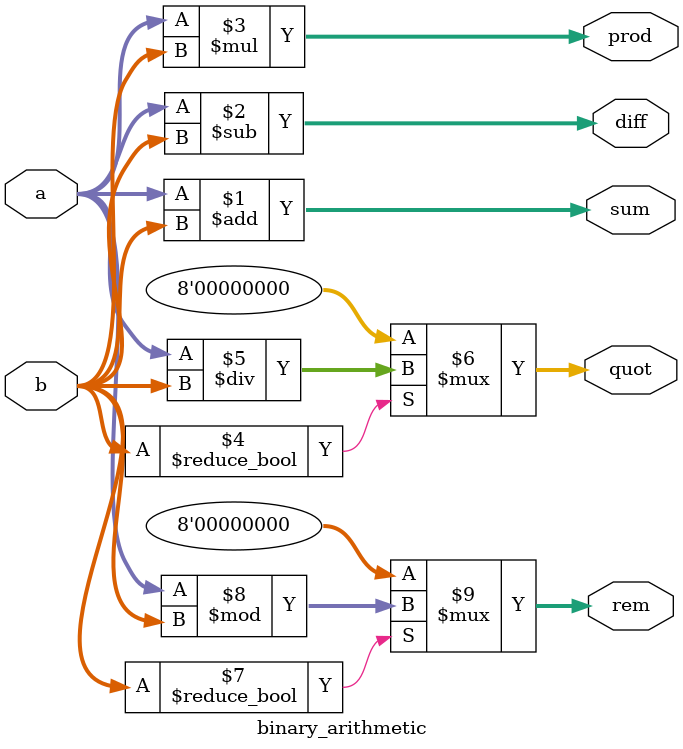
<source format=v>
module binary_arithmetic(
    input [7:0] a,
    input [7:0] b,
    output [7:0] sum,
    output [7:0] diff,
    output [15:0] prod,
    output [7:0] quot,
    output [7:0] rem
);

    assign sum = a + b; 
    assign diff = a - b;
    assign prod = a * b;
    assign quot = b != 0 ? a / b : 8'b0;
    assign rem = b != 0 ? a % b : 8'b0;

endmodule

</source>
